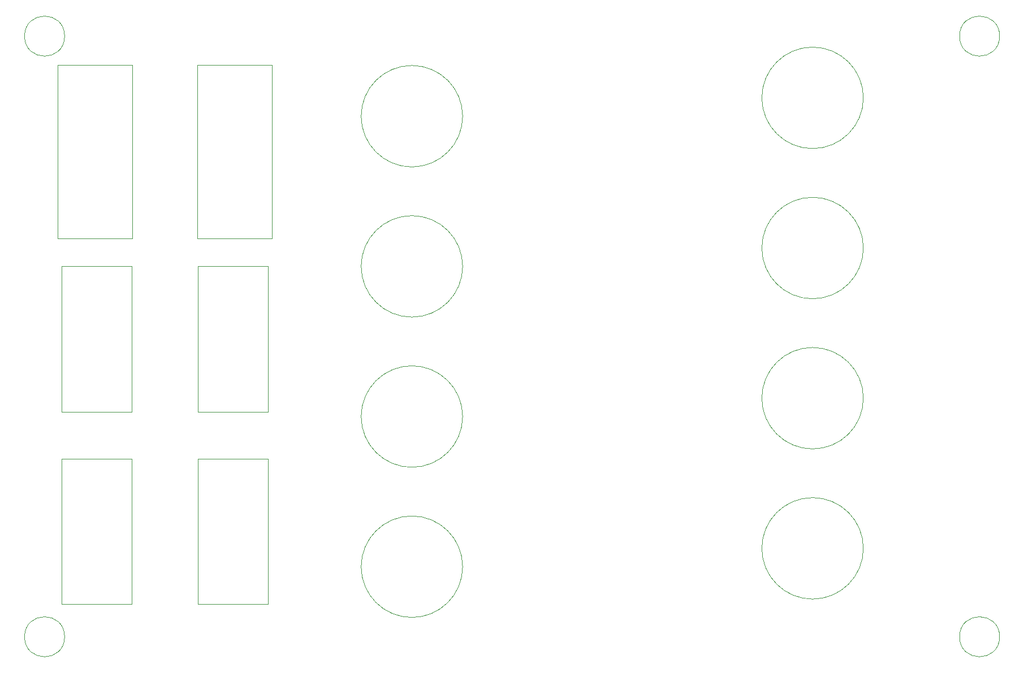
<source format=gbr>
G04 #@! TF.GenerationSoftware,KiCad,Pcbnew,(5.0.1)-3*
G04 #@! TF.CreationDate,2019-04-10T15:36:06+02:00*
G04 #@! TF.ProjectId,discovery,646973636F766572792E6B696361645F,rev?*
G04 #@! TF.SameCoordinates,PX4c4640PY8a48028*
G04 #@! TF.FileFunction,Other,User*
%FSLAX46Y46*%
G04 Gerber Fmt 4.6, Leading zero omitted, Abs format (unit mm)*
G04 Created by KiCad (PCBNEW (5.0.1)-3) date 10/04/2019 15:36:06*
%MOMM*%
%LPD*%
G01*
G04 APERTURE LIST*
%ADD10C,0.100000*%
%ADD11C,0.050000*%
G04 APERTURE END LIST*
D10*
G04 #@! TO.C,J2*
X33451280Y33698440D02*
X33451280Y55498440D01*
X22951280Y33698440D02*
X33451280Y33698440D01*
X22951280Y55498440D02*
X22951280Y33698440D01*
X33451280Y55498440D02*
X22951280Y55498440D01*
G04 #@! TO.C,J4*
X2551280Y33698440D02*
X13051280Y33698440D01*
X13051280Y33698440D02*
X13051280Y55498440D01*
X13051280Y55498440D02*
X2551280Y55498440D01*
X2551280Y55498440D02*
X2551280Y33698440D01*
G04 #@! TO.C,J5*
X2551280Y26665840D02*
X2551280Y4865840D01*
X13051280Y26665840D02*
X2551280Y26665840D01*
X13051280Y4865840D02*
X13051280Y26665840D01*
X2551280Y4865840D02*
X13051280Y4865840D01*
G04 #@! TO.C,J6*
X33451280Y26665840D02*
X22951280Y26665840D01*
X22951280Y26665840D02*
X22951280Y4865840D01*
X22951280Y4865840D02*
X33451280Y4865840D01*
X33451280Y4865840D02*
X33451280Y26665840D01*
G04 #@! TO.C,J1*
X1951280Y85698440D02*
X1951280Y59698440D01*
X13101280Y85698440D02*
X1951280Y85698440D01*
X13101280Y59698440D02*
X13101280Y85698440D01*
X1951280Y59698440D02*
X13101280Y59698440D01*
G04 #@! TO.C,J3*
X34051280Y85698440D02*
X22901280Y85698440D01*
X22901280Y85698440D02*
X22901280Y59698440D01*
X22901280Y59698440D02*
X34051280Y59698440D01*
X34051280Y59698440D02*
X34051280Y85698440D01*
D11*
G04 #@! TO.C,W1*
X143001280Y-1560D02*
G75*
G03X143001280Y-1560I-3000000J0D01*
G01*
G04 #@! TO.C,W2*
X3001280Y89998440D02*
G75*
G03X3001280Y89998440I-3000000J0D01*
G01*
G04 #@! TO.C,W3*
X143001280Y89998440D02*
G75*
G03X143001280Y89998440I-3000000J0D01*
G01*
G04 #@! TO.C,W4*
X3001280Y-1560D02*
G75*
G03X3001280Y-1560I-3000000J0D01*
G01*
D10*
G04 #@! TO.C,W5*
X62601280Y77998440D02*
G75*
G03X62601280Y77998440I-7600000J0D01*
G01*
G04 #@! TO.C,W6*
X62601280Y55498440D02*
G75*
G03X62601280Y55498440I-7600000J0D01*
G01*
G04 #@! TO.C,W7*
X62601280Y32998440D02*
G75*
G03X62601280Y32998440I-7600000J0D01*
G01*
G04 #@! TO.C,W8*
X62601280Y10498440D02*
G75*
G03X62601280Y10498440I-7600000J0D01*
G01*
G04 #@! TO.C,W9*
X122601280Y80748440D02*
G75*
G03X122601280Y80748440I-7600000J0D01*
G01*
G04 #@! TO.C,W10*
X122601280Y58248440D02*
G75*
G03X122601280Y58248440I-7600000J0D01*
G01*
G04 #@! TO.C,W11*
X122601280Y13248440D02*
G75*
G03X122601280Y13248440I-7600000J0D01*
G01*
G04 #@! TO.C,W12*
X122601280Y35748440D02*
G75*
G03X122601280Y35748440I-7600000J0D01*
G01*
G04 #@! TD*
M02*

</source>
